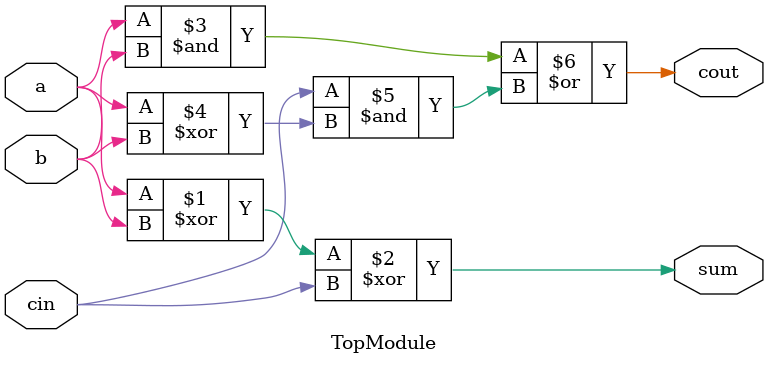
<source format=sv>

module TopModule (
  input a,
  input b,
  input cin,
  output cout,
  output sum
);

assign sum = a ^ b ^ cin;
assign cout = (a & b) | (cin & (a ^ b));
endmodule

</source>
